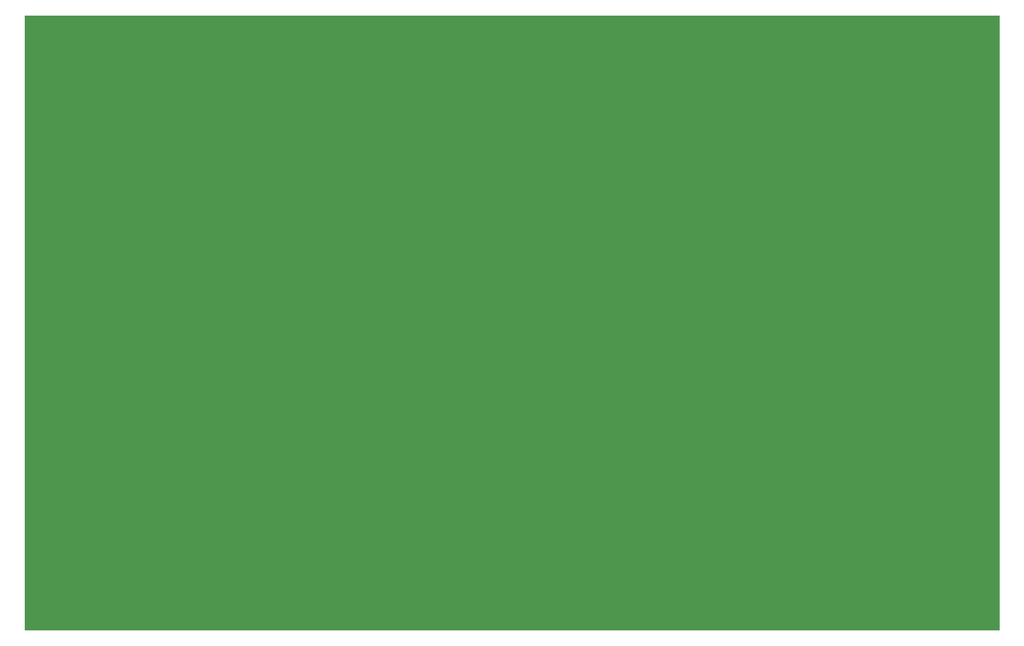
<source format=gbr>
G04 #@! TF.GenerationSoftware,KiCad,Pcbnew,(5.1.5)-3*
G04 #@! TF.CreationDate,2020-02-07T09:23:36+01:00*
G04 #@! TF.ProjectId,RF-AMP-VHF_V1,52462d41-4d50-42d5-9648-465f56312e6b,A*
G04 #@! TF.SameCoordinates,Original*
G04 #@! TF.FileFunction,Soldermask,Bot*
G04 #@! TF.FilePolarity,Negative*
%FSLAX46Y46*%
G04 Gerber Fmt 4.6, Leading zero omitted, Abs format (unit mm)*
G04 Created by KiCad (PCBNEW (5.1.5)-3) date 2020-02-07 09:23:36*
%MOMM*%
%LPD*%
G04 APERTURE LIST*
%ADD10C,0.100000*%
G04 APERTURE END LIST*
D10*
G36*
X225000000Y-160000000D02*
G01*
X35000000Y-160000000D01*
X35000000Y-40000000D01*
X225000000Y-40000000D01*
X225000000Y-160000000D01*
G37*
M02*

</source>
